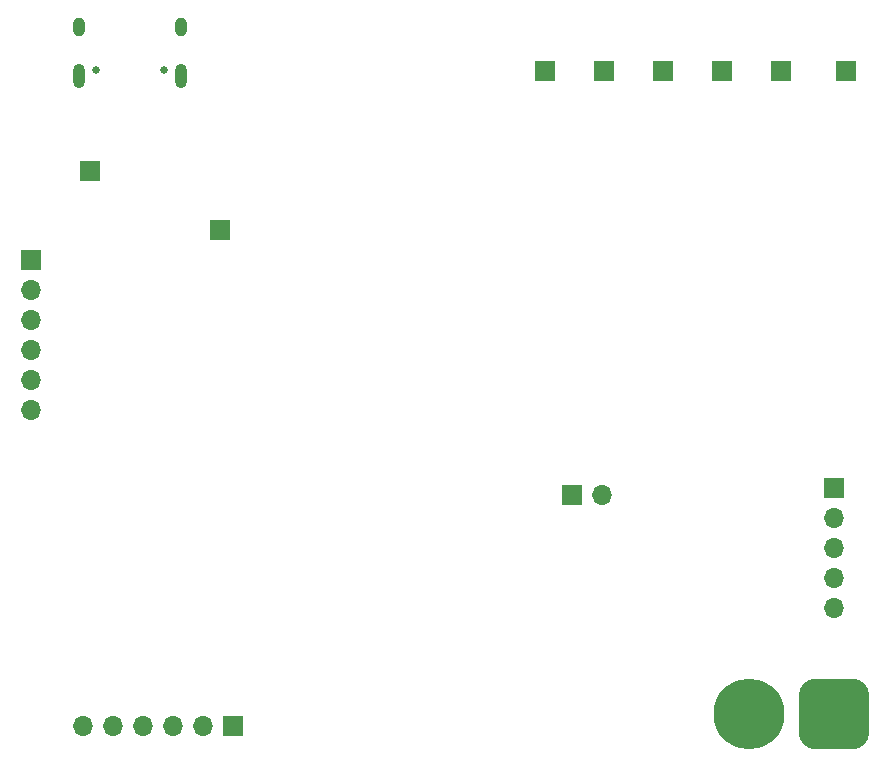
<source format=gbr>
%TF.GenerationSoftware,KiCad,Pcbnew,8.0.7*%
%TF.CreationDate,2024-12-30T10:45:42+13:00*%
%TF.ProjectId,Flight Computer V1,466c6967-6874-4204-936f-6d7075746572,rev?*%
%TF.SameCoordinates,Original*%
%TF.FileFunction,Soldermask,Bot*%
%TF.FilePolarity,Negative*%
%FSLAX46Y46*%
G04 Gerber Fmt 4.6, Leading zero omitted, Abs format (unit mm)*
G04 Created by KiCad (PCBNEW 8.0.7) date 2024-12-30 10:45:42*
%MOMM*%
%LPD*%
G01*
G04 APERTURE LIST*
G04 Aperture macros list*
%AMRoundRect*
0 Rectangle with rounded corners*
0 $1 Rounding radius*
0 $2 $3 $4 $5 $6 $7 $8 $9 X,Y pos of 4 corners*
0 Add a 4 corners polygon primitive as box body*
4,1,4,$2,$3,$4,$5,$6,$7,$8,$9,$2,$3,0*
0 Add four circle primitives for the rounded corners*
1,1,$1+$1,$2,$3*
1,1,$1+$1,$4,$5*
1,1,$1+$1,$6,$7*
1,1,$1+$1,$8,$9*
0 Add four rect primitives between the rounded corners*
20,1,$1+$1,$2,$3,$4,$5,0*
20,1,$1+$1,$4,$5,$6,$7,0*
20,1,$1+$1,$6,$7,$8,$9,0*
20,1,$1+$1,$8,$9,$2,$3,0*%
G04 Aperture macros list end*
%ADD10R,1.700000X1.700000*%
%ADD11O,1.700000X1.700000*%
%ADD12O,1.000000X1.600000*%
%ADD13O,1.000000X2.100000*%
%ADD14C,0.650000*%
%ADD15RoundRect,1.500000X1.500000X1.500000X-1.500000X1.500000X-1.500000X-1.500000X1.500000X-1.500000X0*%
%ADD16C,6.000000*%
G04 APERTURE END LIST*
D10*
%TO.C,J7*%
X155500000Y-105500000D03*
D11*
X155500000Y-108040000D03*
X155500000Y-110580000D03*
X155500000Y-113120000D03*
X155500000Y-115660000D03*
X155500000Y-118200000D03*
%TD*%
D10*
%TO.C,J6*%
X201250000Y-125475000D03*
D11*
X203790000Y-125475000D03*
%TD*%
D10*
%TO.C,TP10*%
X171500000Y-103000000D03*
%TD*%
%TO.C,TP9*%
X160500000Y-98000000D03*
%TD*%
%TO.C,TP8*%
X199000000Y-89500000D03*
%TD*%
%TO.C,TP7*%
X204000000Y-89500000D03*
%TD*%
%TO.C,TP6*%
X224500000Y-89500000D03*
%TD*%
%TO.C,TP5*%
X209000000Y-89500000D03*
%TD*%
%TO.C,TP4*%
X219000000Y-89500000D03*
%TD*%
%TO.C,TP3*%
X214000000Y-89500000D03*
%TD*%
D12*
%TO.C,J4*%
X159532500Y-85820000D03*
D13*
X159532500Y-90000000D03*
D12*
X168172500Y-85820000D03*
D13*
X168172500Y-90000000D03*
D14*
X160962500Y-89470000D03*
X166742500Y-89470000D03*
%TD*%
D11*
%TO.C,J3*%
X159840000Y-145000000D03*
X162380000Y-145000000D03*
X164920000Y-145000000D03*
X167460000Y-145000000D03*
X170000000Y-145000000D03*
D10*
X172540000Y-145000000D03*
%TD*%
D15*
%TO.C,J2*%
X223500000Y-144000000D03*
D16*
X216300000Y-144000000D03*
%TD*%
D10*
%TO.C,J1*%
X223500000Y-124840000D03*
D11*
X223500000Y-127380000D03*
X223500000Y-129920000D03*
X223500000Y-132460000D03*
X223500000Y-135000000D03*
%TD*%
M02*

</source>
